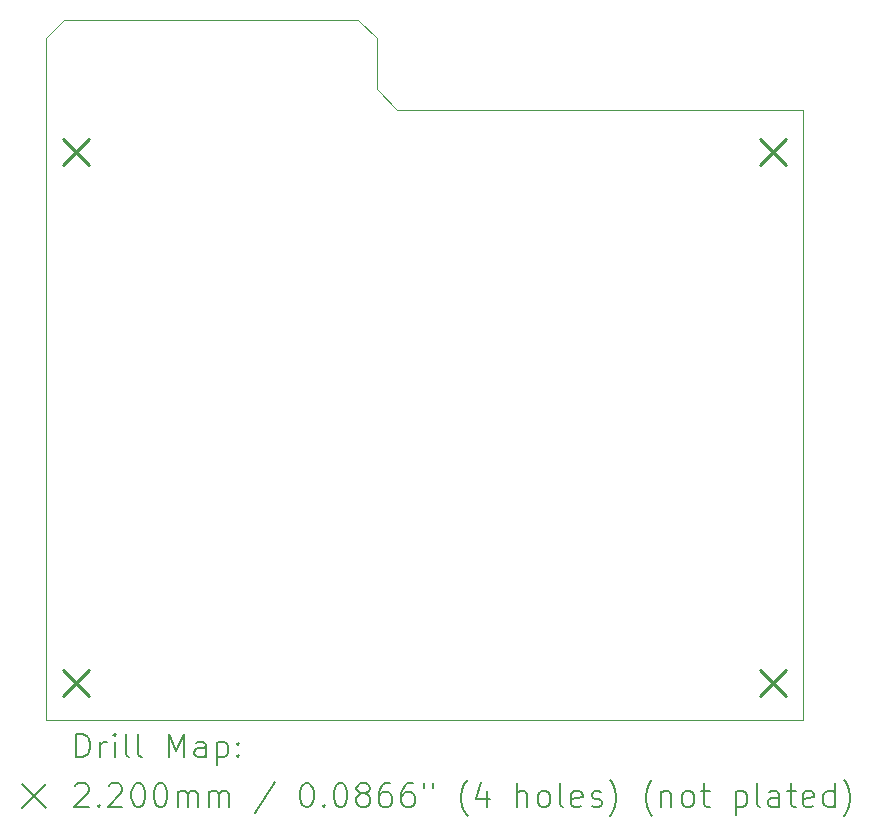
<source format=gbr>
%TF.GenerationSoftware,KiCad,Pcbnew,9.0.5*%
%TF.CreationDate,2025-12-10T12:56:38+01:00*%
%TF.ProjectId,PCB Main,50434220-4d61-4696-9e2e-6b696361645f,rev?*%
%TF.SameCoordinates,Original*%
%TF.FileFunction,Drillmap*%
%TF.FilePolarity,Positive*%
%FSLAX45Y45*%
G04 Gerber Fmt 4.5, Leading zero omitted, Abs format (unit mm)*
G04 Created by KiCad (PCBNEW 9.0.5) date 2025-12-10 12:56:38*
%MOMM*%
%LPD*%
G01*
G04 APERTURE LIST*
%ADD10C,0.050000*%
%ADD11C,0.200000*%
%ADD12C,0.220000*%
G04 APERTURE END LIST*
D10*
X6448950Y-2559709D02*
X6448950Y-2986954D01*
X6625624Y-3163600D01*
X10063350Y-3163600D01*
X10063350Y-8332500D01*
X3649878Y-8332500D01*
X3648953Y-2554444D01*
X3798772Y-2404600D01*
X6293841Y-2404600D01*
X6448950Y-2559709D01*
D11*
D12*
X3796650Y-3409200D02*
X4016650Y-3629200D01*
X4016650Y-3409200D02*
X3796650Y-3629200D01*
X3796650Y-7909200D02*
X4016650Y-8129200D01*
X4016650Y-7909200D02*
X3796650Y-8129200D01*
X9696650Y-3409200D02*
X9916650Y-3629200D01*
X9916650Y-3409200D02*
X9696650Y-3629200D01*
X9696650Y-7909200D02*
X9916650Y-8129200D01*
X9916650Y-7909200D02*
X9696650Y-8129200D01*
D11*
X3907230Y-8646484D02*
X3907230Y-8446484D01*
X3907230Y-8446484D02*
X3954849Y-8446484D01*
X3954849Y-8446484D02*
X3983420Y-8456008D01*
X3983420Y-8456008D02*
X4002468Y-8475055D01*
X4002468Y-8475055D02*
X4011992Y-8494103D01*
X4011992Y-8494103D02*
X4021515Y-8532198D01*
X4021515Y-8532198D02*
X4021515Y-8560770D01*
X4021515Y-8560770D02*
X4011992Y-8598865D01*
X4011992Y-8598865D02*
X4002468Y-8617912D01*
X4002468Y-8617912D02*
X3983420Y-8636960D01*
X3983420Y-8636960D02*
X3954849Y-8646484D01*
X3954849Y-8646484D02*
X3907230Y-8646484D01*
X4107230Y-8646484D02*
X4107230Y-8513150D01*
X4107230Y-8551246D02*
X4116753Y-8532198D01*
X4116753Y-8532198D02*
X4126277Y-8522674D01*
X4126277Y-8522674D02*
X4145325Y-8513150D01*
X4145325Y-8513150D02*
X4164373Y-8513150D01*
X4231039Y-8646484D02*
X4231039Y-8513150D01*
X4231039Y-8446484D02*
X4221515Y-8456008D01*
X4221515Y-8456008D02*
X4231039Y-8465531D01*
X4231039Y-8465531D02*
X4240563Y-8456008D01*
X4240563Y-8456008D02*
X4231039Y-8446484D01*
X4231039Y-8446484D02*
X4231039Y-8465531D01*
X4354849Y-8646484D02*
X4335801Y-8636960D01*
X4335801Y-8636960D02*
X4326277Y-8617912D01*
X4326277Y-8617912D02*
X4326277Y-8446484D01*
X4459611Y-8646484D02*
X4440563Y-8636960D01*
X4440563Y-8636960D02*
X4431039Y-8617912D01*
X4431039Y-8617912D02*
X4431039Y-8446484D01*
X4688182Y-8646484D02*
X4688182Y-8446484D01*
X4688182Y-8446484D02*
X4754849Y-8589341D01*
X4754849Y-8589341D02*
X4821515Y-8446484D01*
X4821515Y-8446484D02*
X4821515Y-8646484D01*
X5002468Y-8646484D02*
X5002468Y-8541722D01*
X5002468Y-8541722D02*
X4992944Y-8522674D01*
X4992944Y-8522674D02*
X4973896Y-8513150D01*
X4973896Y-8513150D02*
X4935801Y-8513150D01*
X4935801Y-8513150D02*
X4916754Y-8522674D01*
X5002468Y-8636960D02*
X4983420Y-8646484D01*
X4983420Y-8646484D02*
X4935801Y-8646484D01*
X4935801Y-8646484D02*
X4916754Y-8636960D01*
X4916754Y-8636960D02*
X4907230Y-8617912D01*
X4907230Y-8617912D02*
X4907230Y-8598865D01*
X4907230Y-8598865D02*
X4916754Y-8579817D01*
X4916754Y-8579817D02*
X4935801Y-8570293D01*
X4935801Y-8570293D02*
X4983420Y-8570293D01*
X4983420Y-8570293D02*
X5002468Y-8560770D01*
X5097706Y-8513150D02*
X5097706Y-8713150D01*
X5097706Y-8522674D02*
X5116754Y-8513150D01*
X5116754Y-8513150D02*
X5154849Y-8513150D01*
X5154849Y-8513150D02*
X5173896Y-8522674D01*
X5173896Y-8522674D02*
X5183420Y-8532198D01*
X5183420Y-8532198D02*
X5192944Y-8551246D01*
X5192944Y-8551246D02*
X5192944Y-8608389D01*
X5192944Y-8608389D02*
X5183420Y-8627436D01*
X5183420Y-8627436D02*
X5173896Y-8636960D01*
X5173896Y-8636960D02*
X5154849Y-8646484D01*
X5154849Y-8646484D02*
X5116754Y-8646484D01*
X5116754Y-8646484D02*
X5097706Y-8636960D01*
X5278658Y-8627436D02*
X5288182Y-8636960D01*
X5288182Y-8636960D02*
X5278658Y-8646484D01*
X5278658Y-8646484D02*
X5269135Y-8636960D01*
X5269135Y-8636960D02*
X5278658Y-8627436D01*
X5278658Y-8627436D02*
X5278658Y-8646484D01*
X5278658Y-8522674D02*
X5288182Y-8532198D01*
X5288182Y-8532198D02*
X5278658Y-8541722D01*
X5278658Y-8541722D02*
X5269135Y-8532198D01*
X5269135Y-8532198D02*
X5278658Y-8522674D01*
X5278658Y-8522674D02*
X5278658Y-8541722D01*
X3446453Y-8875000D02*
X3646453Y-9075000D01*
X3646453Y-8875000D02*
X3446453Y-9075000D01*
X3897706Y-8885531D02*
X3907230Y-8876008D01*
X3907230Y-8876008D02*
X3926277Y-8866484D01*
X3926277Y-8866484D02*
X3973896Y-8866484D01*
X3973896Y-8866484D02*
X3992944Y-8876008D01*
X3992944Y-8876008D02*
X4002468Y-8885531D01*
X4002468Y-8885531D02*
X4011992Y-8904579D01*
X4011992Y-8904579D02*
X4011992Y-8923627D01*
X4011992Y-8923627D02*
X4002468Y-8952198D01*
X4002468Y-8952198D02*
X3888182Y-9066484D01*
X3888182Y-9066484D02*
X4011992Y-9066484D01*
X4097706Y-9047436D02*
X4107230Y-9056960D01*
X4107230Y-9056960D02*
X4097706Y-9066484D01*
X4097706Y-9066484D02*
X4088182Y-9056960D01*
X4088182Y-9056960D02*
X4097706Y-9047436D01*
X4097706Y-9047436D02*
X4097706Y-9066484D01*
X4183420Y-8885531D02*
X4192944Y-8876008D01*
X4192944Y-8876008D02*
X4211992Y-8866484D01*
X4211992Y-8866484D02*
X4259611Y-8866484D01*
X4259611Y-8866484D02*
X4278658Y-8876008D01*
X4278658Y-8876008D02*
X4288182Y-8885531D01*
X4288182Y-8885531D02*
X4297706Y-8904579D01*
X4297706Y-8904579D02*
X4297706Y-8923627D01*
X4297706Y-8923627D02*
X4288182Y-8952198D01*
X4288182Y-8952198D02*
X4173896Y-9066484D01*
X4173896Y-9066484D02*
X4297706Y-9066484D01*
X4421515Y-8866484D02*
X4440563Y-8866484D01*
X4440563Y-8866484D02*
X4459611Y-8876008D01*
X4459611Y-8876008D02*
X4469135Y-8885531D01*
X4469135Y-8885531D02*
X4478658Y-8904579D01*
X4478658Y-8904579D02*
X4488182Y-8942674D01*
X4488182Y-8942674D02*
X4488182Y-8990293D01*
X4488182Y-8990293D02*
X4478658Y-9028389D01*
X4478658Y-9028389D02*
X4469135Y-9047436D01*
X4469135Y-9047436D02*
X4459611Y-9056960D01*
X4459611Y-9056960D02*
X4440563Y-9066484D01*
X4440563Y-9066484D02*
X4421515Y-9066484D01*
X4421515Y-9066484D02*
X4402468Y-9056960D01*
X4402468Y-9056960D02*
X4392944Y-9047436D01*
X4392944Y-9047436D02*
X4383420Y-9028389D01*
X4383420Y-9028389D02*
X4373896Y-8990293D01*
X4373896Y-8990293D02*
X4373896Y-8942674D01*
X4373896Y-8942674D02*
X4383420Y-8904579D01*
X4383420Y-8904579D02*
X4392944Y-8885531D01*
X4392944Y-8885531D02*
X4402468Y-8876008D01*
X4402468Y-8876008D02*
X4421515Y-8866484D01*
X4611992Y-8866484D02*
X4631039Y-8866484D01*
X4631039Y-8866484D02*
X4650087Y-8876008D01*
X4650087Y-8876008D02*
X4659611Y-8885531D01*
X4659611Y-8885531D02*
X4669135Y-8904579D01*
X4669135Y-8904579D02*
X4678658Y-8942674D01*
X4678658Y-8942674D02*
X4678658Y-8990293D01*
X4678658Y-8990293D02*
X4669135Y-9028389D01*
X4669135Y-9028389D02*
X4659611Y-9047436D01*
X4659611Y-9047436D02*
X4650087Y-9056960D01*
X4650087Y-9056960D02*
X4631039Y-9066484D01*
X4631039Y-9066484D02*
X4611992Y-9066484D01*
X4611992Y-9066484D02*
X4592944Y-9056960D01*
X4592944Y-9056960D02*
X4583420Y-9047436D01*
X4583420Y-9047436D02*
X4573896Y-9028389D01*
X4573896Y-9028389D02*
X4564373Y-8990293D01*
X4564373Y-8990293D02*
X4564373Y-8942674D01*
X4564373Y-8942674D02*
X4573896Y-8904579D01*
X4573896Y-8904579D02*
X4583420Y-8885531D01*
X4583420Y-8885531D02*
X4592944Y-8876008D01*
X4592944Y-8876008D02*
X4611992Y-8866484D01*
X4764373Y-9066484D02*
X4764373Y-8933150D01*
X4764373Y-8952198D02*
X4773896Y-8942674D01*
X4773896Y-8942674D02*
X4792944Y-8933150D01*
X4792944Y-8933150D02*
X4821516Y-8933150D01*
X4821516Y-8933150D02*
X4840563Y-8942674D01*
X4840563Y-8942674D02*
X4850087Y-8961722D01*
X4850087Y-8961722D02*
X4850087Y-9066484D01*
X4850087Y-8961722D02*
X4859611Y-8942674D01*
X4859611Y-8942674D02*
X4878658Y-8933150D01*
X4878658Y-8933150D02*
X4907230Y-8933150D01*
X4907230Y-8933150D02*
X4926277Y-8942674D01*
X4926277Y-8942674D02*
X4935801Y-8961722D01*
X4935801Y-8961722D02*
X4935801Y-9066484D01*
X5031039Y-9066484D02*
X5031039Y-8933150D01*
X5031039Y-8952198D02*
X5040563Y-8942674D01*
X5040563Y-8942674D02*
X5059611Y-8933150D01*
X5059611Y-8933150D02*
X5088182Y-8933150D01*
X5088182Y-8933150D02*
X5107230Y-8942674D01*
X5107230Y-8942674D02*
X5116754Y-8961722D01*
X5116754Y-8961722D02*
X5116754Y-9066484D01*
X5116754Y-8961722D02*
X5126277Y-8942674D01*
X5126277Y-8942674D02*
X5145325Y-8933150D01*
X5145325Y-8933150D02*
X5173896Y-8933150D01*
X5173896Y-8933150D02*
X5192944Y-8942674D01*
X5192944Y-8942674D02*
X5202468Y-8961722D01*
X5202468Y-8961722D02*
X5202468Y-9066484D01*
X5592944Y-8856960D02*
X5421516Y-9114103D01*
X5850087Y-8866484D02*
X5869135Y-8866484D01*
X5869135Y-8866484D02*
X5888182Y-8876008D01*
X5888182Y-8876008D02*
X5897706Y-8885531D01*
X5897706Y-8885531D02*
X5907230Y-8904579D01*
X5907230Y-8904579D02*
X5916754Y-8942674D01*
X5916754Y-8942674D02*
X5916754Y-8990293D01*
X5916754Y-8990293D02*
X5907230Y-9028389D01*
X5907230Y-9028389D02*
X5897706Y-9047436D01*
X5897706Y-9047436D02*
X5888182Y-9056960D01*
X5888182Y-9056960D02*
X5869135Y-9066484D01*
X5869135Y-9066484D02*
X5850087Y-9066484D01*
X5850087Y-9066484D02*
X5831039Y-9056960D01*
X5831039Y-9056960D02*
X5821516Y-9047436D01*
X5821516Y-9047436D02*
X5811992Y-9028389D01*
X5811992Y-9028389D02*
X5802468Y-8990293D01*
X5802468Y-8990293D02*
X5802468Y-8942674D01*
X5802468Y-8942674D02*
X5811992Y-8904579D01*
X5811992Y-8904579D02*
X5821516Y-8885531D01*
X5821516Y-8885531D02*
X5831039Y-8876008D01*
X5831039Y-8876008D02*
X5850087Y-8866484D01*
X6002468Y-9047436D02*
X6011992Y-9056960D01*
X6011992Y-9056960D02*
X6002468Y-9066484D01*
X6002468Y-9066484D02*
X5992944Y-9056960D01*
X5992944Y-9056960D02*
X6002468Y-9047436D01*
X6002468Y-9047436D02*
X6002468Y-9066484D01*
X6135801Y-8866484D02*
X6154849Y-8866484D01*
X6154849Y-8866484D02*
X6173897Y-8876008D01*
X6173897Y-8876008D02*
X6183420Y-8885531D01*
X6183420Y-8885531D02*
X6192944Y-8904579D01*
X6192944Y-8904579D02*
X6202468Y-8942674D01*
X6202468Y-8942674D02*
X6202468Y-8990293D01*
X6202468Y-8990293D02*
X6192944Y-9028389D01*
X6192944Y-9028389D02*
X6183420Y-9047436D01*
X6183420Y-9047436D02*
X6173897Y-9056960D01*
X6173897Y-9056960D02*
X6154849Y-9066484D01*
X6154849Y-9066484D02*
X6135801Y-9066484D01*
X6135801Y-9066484D02*
X6116754Y-9056960D01*
X6116754Y-9056960D02*
X6107230Y-9047436D01*
X6107230Y-9047436D02*
X6097706Y-9028389D01*
X6097706Y-9028389D02*
X6088182Y-8990293D01*
X6088182Y-8990293D02*
X6088182Y-8942674D01*
X6088182Y-8942674D02*
X6097706Y-8904579D01*
X6097706Y-8904579D02*
X6107230Y-8885531D01*
X6107230Y-8885531D02*
X6116754Y-8876008D01*
X6116754Y-8876008D02*
X6135801Y-8866484D01*
X6316754Y-8952198D02*
X6297706Y-8942674D01*
X6297706Y-8942674D02*
X6288182Y-8933150D01*
X6288182Y-8933150D02*
X6278658Y-8914103D01*
X6278658Y-8914103D02*
X6278658Y-8904579D01*
X6278658Y-8904579D02*
X6288182Y-8885531D01*
X6288182Y-8885531D02*
X6297706Y-8876008D01*
X6297706Y-8876008D02*
X6316754Y-8866484D01*
X6316754Y-8866484D02*
X6354849Y-8866484D01*
X6354849Y-8866484D02*
X6373897Y-8876008D01*
X6373897Y-8876008D02*
X6383420Y-8885531D01*
X6383420Y-8885531D02*
X6392944Y-8904579D01*
X6392944Y-8904579D02*
X6392944Y-8914103D01*
X6392944Y-8914103D02*
X6383420Y-8933150D01*
X6383420Y-8933150D02*
X6373897Y-8942674D01*
X6373897Y-8942674D02*
X6354849Y-8952198D01*
X6354849Y-8952198D02*
X6316754Y-8952198D01*
X6316754Y-8952198D02*
X6297706Y-8961722D01*
X6297706Y-8961722D02*
X6288182Y-8971246D01*
X6288182Y-8971246D02*
X6278658Y-8990293D01*
X6278658Y-8990293D02*
X6278658Y-9028389D01*
X6278658Y-9028389D02*
X6288182Y-9047436D01*
X6288182Y-9047436D02*
X6297706Y-9056960D01*
X6297706Y-9056960D02*
X6316754Y-9066484D01*
X6316754Y-9066484D02*
X6354849Y-9066484D01*
X6354849Y-9066484D02*
X6373897Y-9056960D01*
X6373897Y-9056960D02*
X6383420Y-9047436D01*
X6383420Y-9047436D02*
X6392944Y-9028389D01*
X6392944Y-9028389D02*
X6392944Y-8990293D01*
X6392944Y-8990293D02*
X6383420Y-8971246D01*
X6383420Y-8971246D02*
X6373897Y-8961722D01*
X6373897Y-8961722D02*
X6354849Y-8952198D01*
X6564373Y-8866484D02*
X6526277Y-8866484D01*
X6526277Y-8866484D02*
X6507230Y-8876008D01*
X6507230Y-8876008D02*
X6497706Y-8885531D01*
X6497706Y-8885531D02*
X6478658Y-8914103D01*
X6478658Y-8914103D02*
X6469135Y-8952198D01*
X6469135Y-8952198D02*
X6469135Y-9028389D01*
X6469135Y-9028389D02*
X6478658Y-9047436D01*
X6478658Y-9047436D02*
X6488182Y-9056960D01*
X6488182Y-9056960D02*
X6507230Y-9066484D01*
X6507230Y-9066484D02*
X6545325Y-9066484D01*
X6545325Y-9066484D02*
X6564373Y-9056960D01*
X6564373Y-9056960D02*
X6573897Y-9047436D01*
X6573897Y-9047436D02*
X6583420Y-9028389D01*
X6583420Y-9028389D02*
X6583420Y-8980770D01*
X6583420Y-8980770D02*
X6573897Y-8961722D01*
X6573897Y-8961722D02*
X6564373Y-8952198D01*
X6564373Y-8952198D02*
X6545325Y-8942674D01*
X6545325Y-8942674D02*
X6507230Y-8942674D01*
X6507230Y-8942674D02*
X6488182Y-8952198D01*
X6488182Y-8952198D02*
X6478658Y-8961722D01*
X6478658Y-8961722D02*
X6469135Y-8980770D01*
X6754849Y-8866484D02*
X6716754Y-8866484D01*
X6716754Y-8866484D02*
X6697706Y-8876008D01*
X6697706Y-8876008D02*
X6688182Y-8885531D01*
X6688182Y-8885531D02*
X6669135Y-8914103D01*
X6669135Y-8914103D02*
X6659611Y-8952198D01*
X6659611Y-8952198D02*
X6659611Y-9028389D01*
X6659611Y-9028389D02*
X6669135Y-9047436D01*
X6669135Y-9047436D02*
X6678658Y-9056960D01*
X6678658Y-9056960D02*
X6697706Y-9066484D01*
X6697706Y-9066484D02*
X6735801Y-9066484D01*
X6735801Y-9066484D02*
X6754849Y-9056960D01*
X6754849Y-9056960D02*
X6764373Y-9047436D01*
X6764373Y-9047436D02*
X6773897Y-9028389D01*
X6773897Y-9028389D02*
X6773897Y-8980770D01*
X6773897Y-8980770D02*
X6764373Y-8961722D01*
X6764373Y-8961722D02*
X6754849Y-8952198D01*
X6754849Y-8952198D02*
X6735801Y-8942674D01*
X6735801Y-8942674D02*
X6697706Y-8942674D01*
X6697706Y-8942674D02*
X6678658Y-8952198D01*
X6678658Y-8952198D02*
X6669135Y-8961722D01*
X6669135Y-8961722D02*
X6659611Y-8980770D01*
X6850087Y-8866484D02*
X6850087Y-8904579D01*
X6926278Y-8866484D02*
X6926278Y-8904579D01*
X7221516Y-9142674D02*
X7211992Y-9133150D01*
X7211992Y-9133150D02*
X7192944Y-9104579D01*
X7192944Y-9104579D02*
X7183420Y-9085531D01*
X7183420Y-9085531D02*
X7173897Y-9056960D01*
X7173897Y-9056960D02*
X7164373Y-9009341D01*
X7164373Y-9009341D02*
X7164373Y-8971246D01*
X7164373Y-8971246D02*
X7173897Y-8923627D01*
X7173897Y-8923627D02*
X7183420Y-8895055D01*
X7183420Y-8895055D02*
X7192944Y-8876008D01*
X7192944Y-8876008D02*
X7211992Y-8847436D01*
X7211992Y-8847436D02*
X7221516Y-8837912D01*
X7383420Y-8933150D02*
X7383420Y-9066484D01*
X7335801Y-8856960D02*
X7288182Y-8999817D01*
X7288182Y-8999817D02*
X7411992Y-8999817D01*
X7640563Y-9066484D02*
X7640563Y-8866484D01*
X7726278Y-9066484D02*
X7726278Y-8961722D01*
X7726278Y-8961722D02*
X7716754Y-8942674D01*
X7716754Y-8942674D02*
X7697706Y-8933150D01*
X7697706Y-8933150D02*
X7669135Y-8933150D01*
X7669135Y-8933150D02*
X7650087Y-8942674D01*
X7650087Y-8942674D02*
X7640563Y-8952198D01*
X7850087Y-9066484D02*
X7831040Y-9056960D01*
X7831040Y-9056960D02*
X7821516Y-9047436D01*
X7821516Y-9047436D02*
X7811992Y-9028389D01*
X7811992Y-9028389D02*
X7811992Y-8971246D01*
X7811992Y-8971246D02*
X7821516Y-8952198D01*
X7821516Y-8952198D02*
X7831040Y-8942674D01*
X7831040Y-8942674D02*
X7850087Y-8933150D01*
X7850087Y-8933150D02*
X7878659Y-8933150D01*
X7878659Y-8933150D02*
X7897706Y-8942674D01*
X7897706Y-8942674D02*
X7907230Y-8952198D01*
X7907230Y-8952198D02*
X7916754Y-8971246D01*
X7916754Y-8971246D02*
X7916754Y-9028389D01*
X7916754Y-9028389D02*
X7907230Y-9047436D01*
X7907230Y-9047436D02*
X7897706Y-9056960D01*
X7897706Y-9056960D02*
X7878659Y-9066484D01*
X7878659Y-9066484D02*
X7850087Y-9066484D01*
X8031040Y-9066484D02*
X8011992Y-9056960D01*
X8011992Y-9056960D02*
X8002468Y-9037912D01*
X8002468Y-9037912D02*
X8002468Y-8866484D01*
X8183421Y-9056960D02*
X8164373Y-9066484D01*
X8164373Y-9066484D02*
X8126278Y-9066484D01*
X8126278Y-9066484D02*
X8107230Y-9056960D01*
X8107230Y-9056960D02*
X8097706Y-9037912D01*
X8097706Y-9037912D02*
X8097706Y-8961722D01*
X8097706Y-8961722D02*
X8107230Y-8942674D01*
X8107230Y-8942674D02*
X8126278Y-8933150D01*
X8126278Y-8933150D02*
X8164373Y-8933150D01*
X8164373Y-8933150D02*
X8183421Y-8942674D01*
X8183421Y-8942674D02*
X8192944Y-8961722D01*
X8192944Y-8961722D02*
X8192944Y-8980770D01*
X8192944Y-8980770D02*
X8097706Y-8999817D01*
X8269135Y-9056960D02*
X8288182Y-9066484D01*
X8288182Y-9066484D02*
X8326278Y-9066484D01*
X8326278Y-9066484D02*
X8345325Y-9056960D01*
X8345325Y-9056960D02*
X8354849Y-9037912D01*
X8354849Y-9037912D02*
X8354849Y-9028389D01*
X8354849Y-9028389D02*
X8345325Y-9009341D01*
X8345325Y-9009341D02*
X8326278Y-8999817D01*
X8326278Y-8999817D02*
X8297706Y-8999817D01*
X8297706Y-8999817D02*
X8278659Y-8990293D01*
X8278659Y-8990293D02*
X8269135Y-8971246D01*
X8269135Y-8971246D02*
X8269135Y-8961722D01*
X8269135Y-8961722D02*
X8278659Y-8942674D01*
X8278659Y-8942674D02*
X8297706Y-8933150D01*
X8297706Y-8933150D02*
X8326278Y-8933150D01*
X8326278Y-8933150D02*
X8345325Y-8942674D01*
X8421516Y-9142674D02*
X8431040Y-9133150D01*
X8431040Y-9133150D02*
X8450087Y-9104579D01*
X8450087Y-9104579D02*
X8459611Y-9085531D01*
X8459611Y-9085531D02*
X8469135Y-9056960D01*
X8469135Y-9056960D02*
X8478659Y-9009341D01*
X8478659Y-9009341D02*
X8478659Y-8971246D01*
X8478659Y-8971246D02*
X8469135Y-8923627D01*
X8469135Y-8923627D02*
X8459611Y-8895055D01*
X8459611Y-8895055D02*
X8450087Y-8876008D01*
X8450087Y-8876008D02*
X8431040Y-8847436D01*
X8431040Y-8847436D02*
X8421516Y-8837912D01*
X8783421Y-9142674D02*
X8773897Y-9133150D01*
X8773897Y-9133150D02*
X8754849Y-9104579D01*
X8754849Y-9104579D02*
X8745325Y-9085531D01*
X8745325Y-9085531D02*
X8735802Y-9056960D01*
X8735802Y-9056960D02*
X8726278Y-9009341D01*
X8726278Y-9009341D02*
X8726278Y-8971246D01*
X8726278Y-8971246D02*
X8735802Y-8923627D01*
X8735802Y-8923627D02*
X8745325Y-8895055D01*
X8745325Y-8895055D02*
X8754849Y-8876008D01*
X8754849Y-8876008D02*
X8773897Y-8847436D01*
X8773897Y-8847436D02*
X8783421Y-8837912D01*
X8859611Y-8933150D02*
X8859611Y-9066484D01*
X8859611Y-8952198D02*
X8869135Y-8942674D01*
X8869135Y-8942674D02*
X8888183Y-8933150D01*
X8888183Y-8933150D02*
X8916754Y-8933150D01*
X8916754Y-8933150D02*
X8935802Y-8942674D01*
X8935802Y-8942674D02*
X8945325Y-8961722D01*
X8945325Y-8961722D02*
X8945325Y-9066484D01*
X9069135Y-9066484D02*
X9050087Y-9056960D01*
X9050087Y-9056960D02*
X9040564Y-9047436D01*
X9040564Y-9047436D02*
X9031040Y-9028389D01*
X9031040Y-9028389D02*
X9031040Y-8971246D01*
X9031040Y-8971246D02*
X9040564Y-8952198D01*
X9040564Y-8952198D02*
X9050087Y-8942674D01*
X9050087Y-8942674D02*
X9069135Y-8933150D01*
X9069135Y-8933150D02*
X9097706Y-8933150D01*
X9097706Y-8933150D02*
X9116754Y-8942674D01*
X9116754Y-8942674D02*
X9126278Y-8952198D01*
X9126278Y-8952198D02*
X9135802Y-8971246D01*
X9135802Y-8971246D02*
X9135802Y-9028389D01*
X9135802Y-9028389D02*
X9126278Y-9047436D01*
X9126278Y-9047436D02*
X9116754Y-9056960D01*
X9116754Y-9056960D02*
X9097706Y-9066484D01*
X9097706Y-9066484D02*
X9069135Y-9066484D01*
X9192945Y-8933150D02*
X9269135Y-8933150D01*
X9221516Y-8866484D02*
X9221516Y-9037912D01*
X9221516Y-9037912D02*
X9231040Y-9056960D01*
X9231040Y-9056960D02*
X9250087Y-9066484D01*
X9250087Y-9066484D02*
X9269135Y-9066484D01*
X9488183Y-8933150D02*
X9488183Y-9133150D01*
X9488183Y-8942674D02*
X9507230Y-8933150D01*
X9507230Y-8933150D02*
X9545326Y-8933150D01*
X9545326Y-8933150D02*
X9564373Y-8942674D01*
X9564373Y-8942674D02*
X9573897Y-8952198D01*
X9573897Y-8952198D02*
X9583421Y-8971246D01*
X9583421Y-8971246D02*
X9583421Y-9028389D01*
X9583421Y-9028389D02*
X9573897Y-9047436D01*
X9573897Y-9047436D02*
X9564373Y-9056960D01*
X9564373Y-9056960D02*
X9545326Y-9066484D01*
X9545326Y-9066484D02*
X9507230Y-9066484D01*
X9507230Y-9066484D02*
X9488183Y-9056960D01*
X9697706Y-9066484D02*
X9678659Y-9056960D01*
X9678659Y-9056960D02*
X9669135Y-9037912D01*
X9669135Y-9037912D02*
X9669135Y-8866484D01*
X9859611Y-9066484D02*
X9859611Y-8961722D01*
X9859611Y-8961722D02*
X9850087Y-8942674D01*
X9850087Y-8942674D02*
X9831040Y-8933150D01*
X9831040Y-8933150D02*
X9792945Y-8933150D01*
X9792945Y-8933150D02*
X9773897Y-8942674D01*
X9859611Y-9056960D02*
X9840564Y-9066484D01*
X9840564Y-9066484D02*
X9792945Y-9066484D01*
X9792945Y-9066484D02*
X9773897Y-9056960D01*
X9773897Y-9056960D02*
X9764373Y-9037912D01*
X9764373Y-9037912D02*
X9764373Y-9018865D01*
X9764373Y-9018865D02*
X9773897Y-8999817D01*
X9773897Y-8999817D02*
X9792945Y-8990293D01*
X9792945Y-8990293D02*
X9840564Y-8990293D01*
X9840564Y-8990293D02*
X9859611Y-8980770D01*
X9926278Y-8933150D02*
X10002468Y-8933150D01*
X9954849Y-8866484D02*
X9954849Y-9037912D01*
X9954849Y-9037912D02*
X9964373Y-9056960D01*
X9964373Y-9056960D02*
X9983421Y-9066484D01*
X9983421Y-9066484D02*
X10002468Y-9066484D01*
X10145326Y-9056960D02*
X10126278Y-9066484D01*
X10126278Y-9066484D02*
X10088183Y-9066484D01*
X10088183Y-9066484D02*
X10069135Y-9056960D01*
X10069135Y-9056960D02*
X10059611Y-9037912D01*
X10059611Y-9037912D02*
X10059611Y-8961722D01*
X10059611Y-8961722D02*
X10069135Y-8942674D01*
X10069135Y-8942674D02*
X10088183Y-8933150D01*
X10088183Y-8933150D02*
X10126278Y-8933150D01*
X10126278Y-8933150D02*
X10145326Y-8942674D01*
X10145326Y-8942674D02*
X10154849Y-8961722D01*
X10154849Y-8961722D02*
X10154849Y-8980770D01*
X10154849Y-8980770D02*
X10059611Y-8999817D01*
X10326278Y-9066484D02*
X10326278Y-8866484D01*
X10326278Y-9056960D02*
X10307230Y-9066484D01*
X10307230Y-9066484D02*
X10269135Y-9066484D01*
X10269135Y-9066484D02*
X10250087Y-9056960D01*
X10250087Y-9056960D02*
X10240564Y-9047436D01*
X10240564Y-9047436D02*
X10231040Y-9028389D01*
X10231040Y-9028389D02*
X10231040Y-8971246D01*
X10231040Y-8971246D02*
X10240564Y-8952198D01*
X10240564Y-8952198D02*
X10250087Y-8942674D01*
X10250087Y-8942674D02*
X10269135Y-8933150D01*
X10269135Y-8933150D02*
X10307230Y-8933150D01*
X10307230Y-8933150D02*
X10326278Y-8942674D01*
X10402468Y-9142674D02*
X10411992Y-9133150D01*
X10411992Y-9133150D02*
X10431040Y-9104579D01*
X10431040Y-9104579D02*
X10440564Y-9085531D01*
X10440564Y-9085531D02*
X10450087Y-9056960D01*
X10450087Y-9056960D02*
X10459611Y-9009341D01*
X10459611Y-9009341D02*
X10459611Y-8971246D01*
X10459611Y-8971246D02*
X10450087Y-8923627D01*
X10450087Y-8923627D02*
X10440564Y-8895055D01*
X10440564Y-8895055D02*
X10431040Y-8876008D01*
X10431040Y-8876008D02*
X10411992Y-8847436D01*
X10411992Y-8847436D02*
X10402468Y-8837912D01*
M02*

</source>
